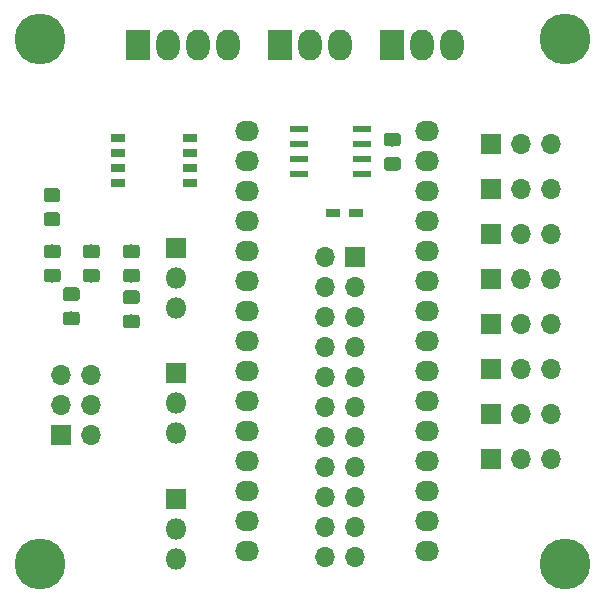
<source format=gts>
G04 #@! TF.GenerationSoftware,KiCad,Pcbnew,(5.0.0)*
G04 #@! TF.CreationDate,2018-10-06T14:04:22-07:00*
G04 #@! TF.ProjectId,NANO IO,4E414E4F20494F2E6B696361645F7063,-*
G04 #@! TF.SameCoordinates,Original*
G04 #@! TF.FileFunction,Soldermask,Top*
G04 #@! TF.FilePolarity,Negative*
%FSLAX46Y46*%
G04 Gerber Fmt 4.6, Leading zero omitted, Abs format (unit mm)*
G04 Created by KiCad (PCBNEW (5.0.0)) date 10/06/18 14:04:22*
%MOMM*%
%LPD*%
G01*
G04 APERTURE LIST*
%ADD10R,2.000000X2.600000*%
%ADD11O,2.000000X2.600000*%
%ADD12O,2.032000X1.727200*%
%ADD13R,1.200000X0.750000*%
%ADD14R,1.800000X1.800000*%
%ADD15O,1.800000X1.800000*%
%ADD16R,1.550000X0.600000*%
%ADD17C,4.300000*%
%ADD18R,1.700000X1.700000*%
%ADD19O,1.700000X1.700000*%
%ADD20R,1.250000X0.760000*%
%ADD21C,0.100000*%
%ADD22C,1.150000*%
G04 APERTURE END LIST*
D10*
G04 #@! TO.C,J1*
X137848737Y-65278000D03*
D11*
X140388737Y-65278000D03*
X142928737Y-65278000D03*
X145468737Y-65278000D03*
G04 #@! TD*
D12*
G04 #@! TO.C,P1*
X147066000Y-72517000D03*
X147066000Y-75057000D03*
X147066000Y-77597000D03*
X147066000Y-80137000D03*
X147066000Y-82677000D03*
X147066000Y-85217000D03*
X147066000Y-87757000D03*
X147066000Y-90297000D03*
X147066000Y-92837000D03*
X147066000Y-95377000D03*
X147066000Y-97917000D03*
X147066000Y-100457000D03*
X147066000Y-102997000D03*
X147066000Y-105537000D03*
X147066000Y-108077000D03*
G04 #@! TD*
G04 #@! TO.C,P2*
X162306000Y-72517000D03*
X162306000Y-75057000D03*
X162306000Y-77597000D03*
X162306000Y-80137000D03*
X162306000Y-82677000D03*
X162306000Y-85217000D03*
X162306000Y-87757000D03*
X162306000Y-90297000D03*
X162306000Y-92837000D03*
X162306000Y-95377000D03*
X162306000Y-97917000D03*
X162306000Y-100457000D03*
X162306000Y-102997000D03*
X162306000Y-105537000D03*
X162306000Y-108077000D03*
G04 #@! TD*
D13*
G04 #@! TO.C,C1*
X156271000Y-79502000D03*
X154371000Y-79502000D03*
G04 #@! TD*
D14*
G04 #@! TO.C,Q1*
X141100000Y-103660000D03*
D15*
X141100000Y-106200000D03*
X141100000Y-108740000D03*
G04 #@! TD*
D16*
G04 #@! TO.C,U1*
X151445000Y-72390000D03*
X151445000Y-73660000D03*
X151445000Y-74930000D03*
X151445000Y-76200000D03*
X156845000Y-76200000D03*
X156845000Y-74930000D03*
X156845000Y-73660000D03*
X156845000Y-72390000D03*
G04 #@! TD*
D10*
G04 #@! TO.C,J2*
X149860000Y-65278000D03*
D11*
X152400000Y-65278000D03*
X154940000Y-65278000D03*
G04 #@! TD*
D10*
G04 #@! TO.C,J3*
X159385000Y-65278000D03*
D11*
X161925000Y-65278000D03*
X164465000Y-65278000D03*
G04 #@! TD*
D17*
G04 #@! TO.C,MK2*
X173990000Y-64770000D03*
G04 #@! TD*
G04 #@! TO.C,MK3*
X173990000Y-109220000D03*
G04 #@! TD*
G04 #@! TO.C,MK4*
X129540000Y-109220000D03*
G04 #@! TD*
D18*
G04 #@! TO.C,J4*
X156210000Y-83185000D03*
D19*
X153670000Y-83185000D03*
X156210000Y-85725000D03*
X153670000Y-85725000D03*
X156210000Y-88265000D03*
X153670000Y-88265000D03*
X156210000Y-90805000D03*
X153670000Y-90805000D03*
X156210000Y-93345000D03*
X153670000Y-93345000D03*
X156210000Y-95885000D03*
X153670000Y-95885000D03*
X156210000Y-98425000D03*
X153670000Y-98425000D03*
X156210000Y-100965000D03*
X153670000Y-100965000D03*
X156210000Y-103505000D03*
X153670000Y-103505000D03*
X156210000Y-106045000D03*
X153670000Y-106045000D03*
X156210000Y-108585000D03*
X153670000Y-108585000D03*
G04 #@! TD*
D18*
G04 #@! TO.C,J6*
X167720000Y-100329996D03*
D19*
X170260000Y-100329996D03*
X172800000Y-100329996D03*
G04 #@! TD*
D18*
G04 #@! TO.C,J7*
X167720000Y-96518568D03*
D19*
X170260000Y-96518568D03*
X172800000Y-96518568D03*
G04 #@! TD*
D18*
G04 #@! TO.C,J8*
X167720000Y-92707140D03*
D19*
X170260000Y-92707140D03*
X172800000Y-92707140D03*
G04 #@! TD*
D18*
G04 #@! TO.C,J9*
X167720000Y-88895712D03*
D19*
X170260000Y-88895712D03*
X172800000Y-88895712D03*
G04 #@! TD*
D18*
G04 #@! TO.C,J10*
X167700000Y-85084284D03*
D19*
X170240000Y-85084284D03*
X172780000Y-85084284D03*
G04 #@! TD*
D18*
G04 #@! TO.C,J11*
X167720000Y-81272856D03*
D19*
X170260000Y-81272856D03*
X172800000Y-81272856D03*
G04 #@! TD*
D18*
G04 #@! TO.C,J12*
X167700000Y-77461428D03*
D19*
X170240000Y-77461428D03*
X172780000Y-77461428D03*
G04 #@! TD*
D18*
G04 #@! TO.C,J13*
X167700000Y-73650000D03*
D19*
X170240000Y-73650000D03*
X172780000Y-73650000D03*
G04 #@! TD*
D17*
G04 #@! TO.C,MK1*
X129540000Y-64770000D03*
G04 #@! TD*
D14*
G04 #@! TO.C,Q2*
X141100000Y-93060000D03*
D15*
X141100000Y-95600000D03*
X141100000Y-98140000D03*
G04 #@! TD*
D14*
G04 #@! TO.C,Q3*
X141100000Y-82480000D03*
D15*
X141100000Y-85020000D03*
X141100000Y-87560000D03*
G04 #@! TD*
D18*
G04 #@! TO.C,J5*
X131318000Y-98298000D03*
D19*
X133858000Y-98298000D03*
X131318000Y-95758000D03*
X133858000Y-95758000D03*
X131318000Y-93218000D03*
X133858000Y-93218000D03*
G04 #@! TD*
D20*
G04 #@! TO.C,SW1*
X136149000Y-73152000D03*
X142299000Y-76962000D03*
X136149000Y-74422000D03*
X142299000Y-75692000D03*
X136149000Y-75692000D03*
X142299000Y-74422000D03*
X136149000Y-76962000D03*
X142299000Y-73152000D03*
G04 #@! TD*
D21*
G04 #@! TO.C,R1*
G36*
X159859505Y-72696204D02*
X159883773Y-72699804D01*
X159907572Y-72705765D01*
X159930671Y-72714030D01*
X159952850Y-72724520D01*
X159973893Y-72737132D01*
X159993599Y-72751747D01*
X160011777Y-72768223D01*
X160028253Y-72786401D01*
X160042868Y-72806107D01*
X160055480Y-72827150D01*
X160065970Y-72849329D01*
X160074235Y-72872428D01*
X160080196Y-72896227D01*
X160083796Y-72920495D01*
X160085000Y-72944999D01*
X160085000Y-73595001D01*
X160083796Y-73619505D01*
X160080196Y-73643773D01*
X160074235Y-73667572D01*
X160065970Y-73690671D01*
X160055480Y-73712850D01*
X160042868Y-73733893D01*
X160028253Y-73753599D01*
X160011777Y-73771777D01*
X159993599Y-73788253D01*
X159973893Y-73802868D01*
X159952850Y-73815480D01*
X159930671Y-73825970D01*
X159907572Y-73834235D01*
X159883773Y-73840196D01*
X159859505Y-73843796D01*
X159835001Y-73845000D01*
X158934999Y-73845000D01*
X158910495Y-73843796D01*
X158886227Y-73840196D01*
X158862428Y-73834235D01*
X158839329Y-73825970D01*
X158817150Y-73815480D01*
X158796107Y-73802868D01*
X158776401Y-73788253D01*
X158758223Y-73771777D01*
X158741747Y-73753599D01*
X158727132Y-73733893D01*
X158714520Y-73712850D01*
X158704030Y-73690671D01*
X158695765Y-73667572D01*
X158689804Y-73643773D01*
X158686204Y-73619505D01*
X158685000Y-73595001D01*
X158685000Y-72944999D01*
X158686204Y-72920495D01*
X158689804Y-72896227D01*
X158695765Y-72872428D01*
X158704030Y-72849329D01*
X158714520Y-72827150D01*
X158727132Y-72806107D01*
X158741747Y-72786401D01*
X158758223Y-72768223D01*
X158776401Y-72751747D01*
X158796107Y-72737132D01*
X158817150Y-72724520D01*
X158839329Y-72714030D01*
X158862428Y-72705765D01*
X158886227Y-72699804D01*
X158910495Y-72696204D01*
X158934999Y-72695000D01*
X159835001Y-72695000D01*
X159859505Y-72696204D01*
X159859505Y-72696204D01*
G37*
D22*
X159385000Y-73270000D03*
D21*
G36*
X159859505Y-74746204D02*
X159883773Y-74749804D01*
X159907572Y-74755765D01*
X159930671Y-74764030D01*
X159952850Y-74774520D01*
X159973893Y-74787132D01*
X159993599Y-74801747D01*
X160011777Y-74818223D01*
X160028253Y-74836401D01*
X160042868Y-74856107D01*
X160055480Y-74877150D01*
X160065970Y-74899329D01*
X160074235Y-74922428D01*
X160080196Y-74946227D01*
X160083796Y-74970495D01*
X160085000Y-74994999D01*
X160085000Y-75645001D01*
X160083796Y-75669505D01*
X160080196Y-75693773D01*
X160074235Y-75717572D01*
X160065970Y-75740671D01*
X160055480Y-75762850D01*
X160042868Y-75783893D01*
X160028253Y-75803599D01*
X160011777Y-75821777D01*
X159993599Y-75838253D01*
X159973893Y-75852868D01*
X159952850Y-75865480D01*
X159930671Y-75875970D01*
X159907572Y-75884235D01*
X159883773Y-75890196D01*
X159859505Y-75893796D01*
X159835001Y-75895000D01*
X158934999Y-75895000D01*
X158910495Y-75893796D01*
X158886227Y-75890196D01*
X158862428Y-75884235D01*
X158839329Y-75875970D01*
X158817150Y-75865480D01*
X158796107Y-75852868D01*
X158776401Y-75838253D01*
X158758223Y-75821777D01*
X158741747Y-75803599D01*
X158727132Y-75783893D01*
X158714520Y-75762850D01*
X158704030Y-75740671D01*
X158695765Y-75717572D01*
X158689804Y-75693773D01*
X158686204Y-75669505D01*
X158685000Y-75645001D01*
X158685000Y-74994999D01*
X158686204Y-74970495D01*
X158689804Y-74946227D01*
X158695765Y-74922428D01*
X158704030Y-74899329D01*
X158714520Y-74877150D01*
X158727132Y-74856107D01*
X158741747Y-74836401D01*
X158758223Y-74818223D01*
X158776401Y-74801747D01*
X158796107Y-74787132D01*
X158817150Y-74774520D01*
X158839329Y-74764030D01*
X158862428Y-74755765D01*
X158886227Y-74749804D01*
X158910495Y-74746204D01*
X158934999Y-74745000D01*
X159835001Y-74745000D01*
X159859505Y-74746204D01*
X159859505Y-74746204D01*
G37*
D22*
X159385000Y-75320000D03*
G04 #@! TD*
D21*
G04 #@! TO.C,R2*
G36*
X131074505Y-84211204D02*
X131098773Y-84214804D01*
X131122572Y-84220765D01*
X131145671Y-84229030D01*
X131167850Y-84239520D01*
X131188893Y-84252132D01*
X131208599Y-84266747D01*
X131226777Y-84283223D01*
X131243253Y-84301401D01*
X131257868Y-84321107D01*
X131270480Y-84342150D01*
X131280970Y-84364329D01*
X131289235Y-84387428D01*
X131295196Y-84411227D01*
X131298796Y-84435495D01*
X131300000Y-84459999D01*
X131300000Y-85110001D01*
X131298796Y-85134505D01*
X131295196Y-85158773D01*
X131289235Y-85182572D01*
X131280970Y-85205671D01*
X131270480Y-85227850D01*
X131257868Y-85248893D01*
X131243253Y-85268599D01*
X131226777Y-85286777D01*
X131208599Y-85303253D01*
X131188893Y-85317868D01*
X131167850Y-85330480D01*
X131145671Y-85340970D01*
X131122572Y-85349235D01*
X131098773Y-85355196D01*
X131074505Y-85358796D01*
X131050001Y-85360000D01*
X130149999Y-85360000D01*
X130125495Y-85358796D01*
X130101227Y-85355196D01*
X130077428Y-85349235D01*
X130054329Y-85340970D01*
X130032150Y-85330480D01*
X130011107Y-85317868D01*
X129991401Y-85303253D01*
X129973223Y-85286777D01*
X129956747Y-85268599D01*
X129942132Y-85248893D01*
X129929520Y-85227850D01*
X129919030Y-85205671D01*
X129910765Y-85182572D01*
X129904804Y-85158773D01*
X129901204Y-85134505D01*
X129900000Y-85110001D01*
X129900000Y-84459999D01*
X129901204Y-84435495D01*
X129904804Y-84411227D01*
X129910765Y-84387428D01*
X129919030Y-84364329D01*
X129929520Y-84342150D01*
X129942132Y-84321107D01*
X129956747Y-84301401D01*
X129973223Y-84283223D01*
X129991401Y-84266747D01*
X130011107Y-84252132D01*
X130032150Y-84239520D01*
X130054329Y-84229030D01*
X130077428Y-84220765D01*
X130101227Y-84214804D01*
X130125495Y-84211204D01*
X130149999Y-84210000D01*
X131050001Y-84210000D01*
X131074505Y-84211204D01*
X131074505Y-84211204D01*
G37*
D22*
X130600000Y-84785000D03*
D21*
G36*
X131074505Y-82161204D02*
X131098773Y-82164804D01*
X131122572Y-82170765D01*
X131145671Y-82179030D01*
X131167850Y-82189520D01*
X131188893Y-82202132D01*
X131208599Y-82216747D01*
X131226777Y-82233223D01*
X131243253Y-82251401D01*
X131257868Y-82271107D01*
X131270480Y-82292150D01*
X131280970Y-82314329D01*
X131289235Y-82337428D01*
X131295196Y-82361227D01*
X131298796Y-82385495D01*
X131300000Y-82409999D01*
X131300000Y-83060001D01*
X131298796Y-83084505D01*
X131295196Y-83108773D01*
X131289235Y-83132572D01*
X131280970Y-83155671D01*
X131270480Y-83177850D01*
X131257868Y-83198893D01*
X131243253Y-83218599D01*
X131226777Y-83236777D01*
X131208599Y-83253253D01*
X131188893Y-83267868D01*
X131167850Y-83280480D01*
X131145671Y-83290970D01*
X131122572Y-83299235D01*
X131098773Y-83305196D01*
X131074505Y-83308796D01*
X131050001Y-83310000D01*
X130149999Y-83310000D01*
X130125495Y-83308796D01*
X130101227Y-83305196D01*
X130077428Y-83299235D01*
X130054329Y-83290970D01*
X130032150Y-83280480D01*
X130011107Y-83267868D01*
X129991401Y-83253253D01*
X129973223Y-83236777D01*
X129956747Y-83218599D01*
X129942132Y-83198893D01*
X129929520Y-83177850D01*
X129919030Y-83155671D01*
X129910765Y-83132572D01*
X129904804Y-83108773D01*
X129901204Y-83084505D01*
X129900000Y-83060001D01*
X129900000Y-82409999D01*
X129901204Y-82385495D01*
X129904804Y-82361227D01*
X129910765Y-82337428D01*
X129919030Y-82314329D01*
X129929520Y-82292150D01*
X129942132Y-82271107D01*
X129956747Y-82251401D01*
X129973223Y-82233223D01*
X129991401Y-82216747D01*
X130011107Y-82202132D01*
X130032150Y-82189520D01*
X130054329Y-82179030D01*
X130077428Y-82170765D01*
X130101227Y-82164804D01*
X130125495Y-82161204D01*
X130149999Y-82160000D01*
X131050001Y-82160000D01*
X131074505Y-82161204D01*
X131074505Y-82161204D01*
G37*
D22*
X130600000Y-82735000D03*
G04 #@! TD*
D21*
G04 #@! TO.C,R3*
G36*
X134374505Y-82161204D02*
X134398773Y-82164804D01*
X134422572Y-82170765D01*
X134445671Y-82179030D01*
X134467850Y-82189520D01*
X134488893Y-82202132D01*
X134508599Y-82216747D01*
X134526777Y-82233223D01*
X134543253Y-82251401D01*
X134557868Y-82271107D01*
X134570480Y-82292150D01*
X134580970Y-82314329D01*
X134589235Y-82337428D01*
X134595196Y-82361227D01*
X134598796Y-82385495D01*
X134600000Y-82409999D01*
X134600000Y-83060001D01*
X134598796Y-83084505D01*
X134595196Y-83108773D01*
X134589235Y-83132572D01*
X134580970Y-83155671D01*
X134570480Y-83177850D01*
X134557868Y-83198893D01*
X134543253Y-83218599D01*
X134526777Y-83236777D01*
X134508599Y-83253253D01*
X134488893Y-83267868D01*
X134467850Y-83280480D01*
X134445671Y-83290970D01*
X134422572Y-83299235D01*
X134398773Y-83305196D01*
X134374505Y-83308796D01*
X134350001Y-83310000D01*
X133449999Y-83310000D01*
X133425495Y-83308796D01*
X133401227Y-83305196D01*
X133377428Y-83299235D01*
X133354329Y-83290970D01*
X133332150Y-83280480D01*
X133311107Y-83267868D01*
X133291401Y-83253253D01*
X133273223Y-83236777D01*
X133256747Y-83218599D01*
X133242132Y-83198893D01*
X133229520Y-83177850D01*
X133219030Y-83155671D01*
X133210765Y-83132572D01*
X133204804Y-83108773D01*
X133201204Y-83084505D01*
X133200000Y-83060001D01*
X133200000Y-82409999D01*
X133201204Y-82385495D01*
X133204804Y-82361227D01*
X133210765Y-82337428D01*
X133219030Y-82314329D01*
X133229520Y-82292150D01*
X133242132Y-82271107D01*
X133256747Y-82251401D01*
X133273223Y-82233223D01*
X133291401Y-82216747D01*
X133311107Y-82202132D01*
X133332150Y-82189520D01*
X133354329Y-82179030D01*
X133377428Y-82170765D01*
X133401227Y-82164804D01*
X133425495Y-82161204D01*
X133449999Y-82160000D01*
X134350001Y-82160000D01*
X134374505Y-82161204D01*
X134374505Y-82161204D01*
G37*
D22*
X133900000Y-82735000D03*
D21*
G36*
X134374505Y-84211204D02*
X134398773Y-84214804D01*
X134422572Y-84220765D01*
X134445671Y-84229030D01*
X134467850Y-84239520D01*
X134488893Y-84252132D01*
X134508599Y-84266747D01*
X134526777Y-84283223D01*
X134543253Y-84301401D01*
X134557868Y-84321107D01*
X134570480Y-84342150D01*
X134580970Y-84364329D01*
X134589235Y-84387428D01*
X134595196Y-84411227D01*
X134598796Y-84435495D01*
X134600000Y-84459999D01*
X134600000Y-85110001D01*
X134598796Y-85134505D01*
X134595196Y-85158773D01*
X134589235Y-85182572D01*
X134580970Y-85205671D01*
X134570480Y-85227850D01*
X134557868Y-85248893D01*
X134543253Y-85268599D01*
X134526777Y-85286777D01*
X134508599Y-85303253D01*
X134488893Y-85317868D01*
X134467850Y-85330480D01*
X134445671Y-85340970D01*
X134422572Y-85349235D01*
X134398773Y-85355196D01*
X134374505Y-85358796D01*
X134350001Y-85360000D01*
X133449999Y-85360000D01*
X133425495Y-85358796D01*
X133401227Y-85355196D01*
X133377428Y-85349235D01*
X133354329Y-85340970D01*
X133332150Y-85330480D01*
X133311107Y-85317868D01*
X133291401Y-85303253D01*
X133273223Y-85286777D01*
X133256747Y-85268599D01*
X133242132Y-85248893D01*
X133229520Y-85227850D01*
X133219030Y-85205671D01*
X133210765Y-85182572D01*
X133204804Y-85158773D01*
X133201204Y-85134505D01*
X133200000Y-85110001D01*
X133200000Y-84459999D01*
X133201204Y-84435495D01*
X133204804Y-84411227D01*
X133210765Y-84387428D01*
X133219030Y-84364329D01*
X133229520Y-84342150D01*
X133242132Y-84321107D01*
X133256747Y-84301401D01*
X133273223Y-84283223D01*
X133291401Y-84266747D01*
X133311107Y-84252132D01*
X133332150Y-84239520D01*
X133354329Y-84229030D01*
X133377428Y-84220765D01*
X133401227Y-84214804D01*
X133425495Y-84211204D01*
X133449999Y-84210000D01*
X134350001Y-84210000D01*
X134374505Y-84211204D01*
X134374505Y-84211204D01*
G37*
D22*
X133900000Y-84785000D03*
G04 #@! TD*
D21*
G04 #@! TO.C,R4*
G36*
X137774505Y-84211204D02*
X137798773Y-84214804D01*
X137822572Y-84220765D01*
X137845671Y-84229030D01*
X137867850Y-84239520D01*
X137888893Y-84252132D01*
X137908599Y-84266747D01*
X137926777Y-84283223D01*
X137943253Y-84301401D01*
X137957868Y-84321107D01*
X137970480Y-84342150D01*
X137980970Y-84364329D01*
X137989235Y-84387428D01*
X137995196Y-84411227D01*
X137998796Y-84435495D01*
X138000000Y-84459999D01*
X138000000Y-85110001D01*
X137998796Y-85134505D01*
X137995196Y-85158773D01*
X137989235Y-85182572D01*
X137980970Y-85205671D01*
X137970480Y-85227850D01*
X137957868Y-85248893D01*
X137943253Y-85268599D01*
X137926777Y-85286777D01*
X137908599Y-85303253D01*
X137888893Y-85317868D01*
X137867850Y-85330480D01*
X137845671Y-85340970D01*
X137822572Y-85349235D01*
X137798773Y-85355196D01*
X137774505Y-85358796D01*
X137750001Y-85360000D01*
X136849999Y-85360000D01*
X136825495Y-85358796D01*
X136801227Y-85355196D01*
X136777428Y-85349235D01*
X136754329Y-85340970D01*
X136732150Y-85330480D01*
X136711107Y-85317868D01*
X136691401Y-85303253D01*
X136673223Y-85286777D01*
X136656747Y-85268599D01*
X136642132Y-85248893D01*
X136629520Y-85227850D01*
X136619030Y-85205671D01*
X136610765Y-85182572D01*
X136604804Y-85158773D01*
X136601204Y-85134505D01*
X136600000Y-85110001D01*
X136600000Y-84459999D01*
X136601204Y-84435495D01*
X136604804Y-84411227D01*
X136610765Y-84387428D01*
X136619030Y-84364329D01*
X136629520Y-84342150D01*
X136642132Y-84321107D01*
X136656747Y-84301401D01*
X136673223Y-84283223D01*
X136691401Y-84266747D01*
X136711107Y-84252132D01*
X136732150Y-84239520D01*
X136754329Y-84229030D01*
X136777428Y-84220765D01*
X136801227Y-84214804D01*
X136825495Y-84211204D01*
X136849999Y-84210000D01*
X137750001Y-84210000D01*
X137774505Y-84211204D01*
X137774505Y-84211204D01*
G37*
D22*
X137300000Y-84785000D03*
D21*
G36*
X137774505Y-82161204D02*
X137798773Y-82164804D01*
X137822572Y-82170765D01*
X137845671Y-82179030D01*
X137867850Y-82189520D01*
X137888893Y-82202132D01*
X137908599Y-82216747D01*
X137926777Y-82233223D01*
X137943253Y-82251401D01*
X137957868Y-82271107D01*
X137970480Y-82292150D01*
X137980970Y-82314329D01*
X137989235Y-82337428D01*
X137995196Y-82361227D01*
X137998796Y-82385495D01*
X138000000Y-82409999D01*
X138000000Y-83060001D01*
X137998796Y-83084505D01*
X137995196Y-83108773D01*
X137989235Y-83132572D01*
X137980970Y-83155671D01*
X137970480Y-83177850D01*
X137957868Y-83198893D01*
X137943253Y-83218599D01*
X137926777Y-83236777D01*
X137908599Y-83253253D01*
X137888893Y-83267868D01*
X137867850Y-83280480D01*
X137845671Y-83290970D01*
X137822572Y-83299235D01*
X137798773Y-83305196D01*
X137774505Y-83308796D01*
X137750001Y-83310000D01*
X136849999Y-83310000D01*
X136825495Y-83308796D01*
X136801227Y-83305196D01*
X136777428Y-83299235D01*
X136754329Y-83290970D01*
X136732150Y-83280480D01*
X136711107Y-83267868D01*
X136691401Y-83253253D01*
X136673223Y-83236777D01*
X136656747Y-83218599D01*
X136642132Y-83198893D01*
X136629520Y-83177850D01*
X136619030Y-83155671D01*
X136610765Y-83132572D01*
X136604804Y-83108773D01*
X136601204Y-83084505D01*
X136600000Y-83060001D01*
X136600000Y-82409999D01*
X136601204Y-82385495D01*
X136604804Y-82361227D01*
X136610765Y-82337428D01*
X136619030Y-82314329D01*
X136629520Y-82292150D01*
X136642132Y-82271107D01*
X136656747Y-82251401D01*
X136673223Y-82233223D01*
X136691401Y-82216747D01*
X136711107Y-82202132D01*
X136732150Y-82189520D01*
X136754329Y-82179030D01*
X136777428Y-82170765D01*
X136801227Y-82164804D01*
X136825495Y-82161204D01*
X136849999Y-82160000D01*
X137750001Y-82160000D01*
X137774505Y-82161204D01*
X137774505Y-82161204D01*
G37*
D22*
X137300000Y-82735000D03*
G04 #@! TD*
D21*
G04 #@! TO.C,R5*
G36*
X131030505Y-77386204D02*
X131054773Y-77389804D01*
X131078572Y-77395765D01*
X131101671Y-77404030D01*
X131123850Y-77414520D01*
X131144893Y-77427132D01*
X131164599Y-77441747D01*
X131182777Y-77458223D01*
X131199253Y-77476401D01*
X131213868Y-77496107D01*
X131226480Y-77517150D01*
X131236970Y-77539329D01*
X131245235Y-77562428D01*
X131251196Y-77586227D01*
X131254796Y-77610495D01*
X131256000Y-77634999D01*
X131256000Y-78285001D01*
X131254796Y-78309505D01*
X131251196Y-78333773D01*
X131245235Y-78357572D01*
X131236970Y-78380671D01*
X131226480Y-78402850D01*
X131213868Y-78423893D01*
X131199253Y-78443599D01*
X131182777Y-78461777D01*
X131164599Y-78478253D01*
X131144893Y-78492868D01*
X131123850Y-78505480D01*
X131101671Y-78515970D01*
X131078572Y-78524235D01*
X131054773Y-78530196D01*
X131030505Y-78533796D01*
X131006001Y-78535000D01*
X130105999Y-78535000D01*
X130081495Y-78533796D01*
X130057227Y-78530196D01*
X130033428Y-78524235D01*
X130010329Y-78515970D01*
X129988150Y-78505480D01*
X129967107Y-78492868D01*
X129947401Y-78478253D01*
X129929223Y-78461777D01*
X129912747Y-78443599D01*
X129898132Y-78423893D01*
X129885520Y-78402850D01*
X129875030Y-78380671D01*
X129866765Y-78357572D01*
X129860804Y-78333773D01*
X129857204Y-78309505D01*
X129856000Y-78285001D01*
X129856000Y-77634999D01*
X129857204Y-77610495D01*
X129860804Y-77586227D01*
X129866765Y-77562428D01*
X129875030Y-77539329D01*
X129885520Y-77517150D01*
X129898132Y-77496107D01*
X129912747Y-77476401D01*
X129929223Y-77458223D01*
X129947401Y-77441747D01*
X129967107Y-77427132D01*
X129988150Y-77414520D01*
X130010329Y-77404030D01*
X130033428Y-77395765D01*
X130057227Y-77389804D01*
X130081495Y-77386204D01*
X130105999Y-77385000D01*
X131006001Y-77385000D01*
X131030505Y-77386204D01*
X131030505Y-77386204D01*
G37*
D22*
X130556000Y-77960000D03*
D21*
G36*
X131030505Y-79436204D02*
X131054773Y-79439804D01*
X131078572Y-79445765D01*
X131101671Y-79454030D01*
X131123850Y-79464520D01*
X131144893Y-79477132D01*
X131164599Y-79491747D01*
X131182777Y-79508223D01*
X131199253Y-79526401D01*
X131213868Y-79546107D01*
X131226480Y-79567150D01*
X131236970Y-79589329D01*
X131245235Y-79612428D01*
X131251196Y-79636227D01*
X131254796Y-79660495D01*
X131256000Y-79684999D01*
X131256000Y-80335001D01*
X131254796Y-80359505D01*
X131251196Y-80383773D01*
X131245235Y-80407572D01*
X131236970Y-80430671D01*
X131226480Y-80452850D01*
X131213868Y-80473893D01*
X131199253Y-80493599D01*
X131182777Y-80511777D01*
X131164599Y-80528253D01*
X131144893Y-80542868D01*
X131123850Y-80555480D01*
X131101671Y-80565970D01*
X131078572Y-80574235D01*
X131054773Y-80580196D01*
X131030505Y-80583796D01*
X131006001Y-80585000D01*
X130105999Y-80585000D01*
X130081495Y-80583796D01*
X130057227Y-80580196D01*
X130033428Y-80574235D01*
X130010329Y-80565970D01*
X129988150Y-80555480D01*
X129967107Y-80542868D01*
X129947401Y-80528253D01*
X129929223Y-80511777D01*
X129912747Y-80493599D01*
X129898132Y-80473893D01*
X129885520Y-80452850D01*
X129875030Y-80430671D01*
X129866765Y-80407572D01*
X129860804Y-80383773D01*
X129857204Y-80359505D01*
X129856000Y-80335001D01*
X129856000Y-79684999D01*
X129857204Y-79660495D01*
X129860804Y-79636227D01*
X129866765Y-79612428D01*
X129875030Y-79589329D01*
X129885520Y-79567150D01*
X129898132Y-79546107D01*
X129912747Y-79526401D01*
X129929223Y-79508223D01*
X129947401Y-79491747D01*
X129967107Y-79477132D01*
X129988150Y-79464520D01*
X130010329Y-79454030D01*
X130033428Y-79445765D01*
X130057227Y-79439804D01*
X130081495Y-79436204D01*
X130105999Y-79435000D01*
X131006001Y-79435000D01*
X131030505Y-79436204D01*
X131030505Y-79436204D01*
G37*
D22*
X130556000Y-80010000D03*
G04 #@! TD*
D21*
G04 #@! TO.C,R6*
G36*
X132681505Y-85786204D02*
X132705773Y-85789804D01*
X132729572Y-85795765D01*
X132752671Y-85804030D01*
X132774850Y-85814520D01*
X132795893Y-85827132D01*
X132815599Y-85841747D01*
X132833777Y-85858223D01*
X132850253Y-85876401D01*
X132864868Y-85896107D01*
X132877480Y-85917150D01*
X132887970Y-85939329D01*
X132896235Y-85962428D01*
X132902196Y-85986227D01*
X132905796Y-86010495D01*
X132907000Y-86034999D01*
X132907000Y-86685001D01*
X132905796Y-86709505D01*
X132902196Y-86733773D01*
X132896235Y-86757572D01*
X132887970Y-86780671D01*
X132877480Y-86802850D01*
X132864868Y-86823893D01*
X132850253Y-86843599D01*
X132833777Y-86861777D01*
X132815599Y-86878253D01*
X132795893Y-86892868D01*
X132774850Y-86905480D01*
X132752671Y-86915970D01*
X132729572Y-86924235D01*
X132705773Y-86930196D01*
X132681505Y-86933796D01*
X132657001Y-86935000D01*
X131756999Y-86935000D01*
X131732495Y-86933796D01*
X131708227Y-86930196D01*
X131684428Y-86924235D01*
X131661329Y-86915970D01*
X131639150Y-86905480D01*
X131618107Y-86892868D01*
X131598401Y-86878253D01*
X131580223Y-86861777D01*
X131563747Y-86843599D01*
X131549132Y-86823893D01*
X131536520Y-86802850D01*
X131526030Y-86780671D01*
X131517765Y-86757572D01*
X131511804Y-86733773D01*
X131508204Y-86709505D01*
X131507000Y-86685001D01*
X131507000Y-86034999D01*
X131508204Y-86010495D01*
X131511804Y-85986227D01*
X131517765Y-85962428D01*
X131526030Y-85939329D01*
X131536520Y-85917150D01*
X131549132Y-85896107D01*
X131563747Y-85876401D01*
X131580223Y-85858223D01*
X131598401Y-85841747D01*
X131618107Y-85827132D01*
X131639150Y-85814520D01*
X131661329Y-85804030D01*
X131684428Y-85795765D01*
X131708227Y-85789804D01*
X131732495Y-85786204D01*
X131756999Y-85785000D01*
X132657001Y-85785000D01*
X132681505Y-85786204D01*
X132681505Y-85786204D01*
G37*
D22*
X132207000Y-86360000D03*
D21*
G36*
X132681505Y-87836204D02*
X132705773Y-87839804D01*
X132729572Y-87845765D01*
X132752671Y-87854030D01*
X132774850Y-87864520D01*
X132795893Y-87877132D01*
X132815599Y-87891747D01*
X132833777Y-87908223D01*
X132850253Y-87926401D01*
X132864868Y-87946107D01*
X132877480Y-87967150D01*
X132887970Y-87989329D01*
X132896235Y-88012428D01*
X132902196Y-88036227D01*
X132905796Y-88060495D01*
X132907000Y-88084999D01*
X132907000Y-88735001D01*
X132905796Y-88759505D01*
X132902196Y-88783773D01*
X132896235Y-88807572D01*
X132887970Y-88830671D01*
X132877480Y-88852850D01*
X132864868Y-88873893D01*
X132850253Y-88893599D01*
X132833777Y-88911777D01*
X132815599Y-88928253D01*
X132795893Y-88942868D01*
X132774850Y-88955480D01*
X132752671Y-88965970D01*
X132729572Y-88974235D01*
X132705773Y-88980196D01*
X132681505Y-88983796D01*
X132657001Y-88985000D01*
X131756999Y-88985000D01*
X131732495Y-88983796D01*
X131708227Y-88980196D01*
X131684428Y-88974235D01*
X131661329Y-88965970D01*
X131639150Y-88955480D01*
X131618107Y-88942868D01*
X131598401Y-88928253D01*
X131580223Y-88911777D01*
X131563747Y-88893599D01*
X131549132Y-88873893D01*
X131536520Y-88852850D01*
X131526030Y-88830671D01*
X131517765Y-88807572D01*
X131511804Y-88783773D01*
X131508204Y-88759505D01*
X131507000Y-88735001D01*
X131507000Y-88084999D01*
X131508204Y-88060495D01*
X131511804Y-88036227D01*
X131517765Y-88012428D01*
X131526030Y-87989329D01*
X131536520Y-87967150D01*
X131549132Y-87946107D01*
X131563747Y-87926401D01*
X131580223Y-87908223D01*
X131598401Y-87891747D01*
X131618107Y-87877132D01*
X131639150Y-87864520D01*
X131661329Y-87854030D01*
X131684428Y-87845765D01*
X131708227Y-87839804D01*
X131732495Y-87836204D01*
X131756999Y-87835000D01*
X132657001Y-87835000D01*
X132681505Y-87836204D01*
X132681505Y-87836204D01*
G37*
D22*
X132207000Y-88410000D03*
G04 #@! TD*
D21*
G04 #@! TO.C,R7*
G36*
X137761505Y-88090204D02*
X137785773Y-88093804D01*
X137809572Y-88099765D01*
X137832671Y-88108030D01*
X137854850Y-88118520D01*
X137875893Y-88131132D01*
X137895599Y-88145747D01*
X137913777Y-88162223D01*
X137930253Y-88180401D01*
X137944868Y-88200107D01*
X137957480Y-88221150D01*
X137967970Y-88243329D01*
X137976235Y-88266428D01*
X137982196Y-88290227D01*
X137985796Y-88314495D01*
X137987000Y-88338999D01*
X137987000Y-88989001D01*
X137985796Y-89013505D01*
X137982196Y-89037773D01*
X137976235Y-89061572D01*
X137967970Y-89084671D01*
X137957480Y-89106850D01*
X137944868Y-89127893D01*
X137930253Y-89147599D01*
X137913777Y-89165777D01*
X137895599Y-89182253D01*
X137875893Y-89196868D01*
X137854850Y-89209480D01*
X137832671Y-89219970D01*
X137809572Y-89228235D01*
X137785773Y-89234196D01*
X137761505Y-89237796D01*
X137737001Y-89239000D01*
X136836999Y-89239000D01*
X136812495Y-89237796D01*
X136788227Y-89234196D01*
X136764428Y-89228235D01*
X136741329Y-89219970D01*
X136719150Y-89209480D01*
X136698107Y-89196868D01*
X136678401Y-89182253D01*
X136660223Y-89165777D01*
X136643747Y-89147599D01*
X136629132Y-89127893D01*
X136616520Y-89106850D01*
X136606030Y-89084671D01*
X136597765Y-89061572D01*
X136591804Y-89037773D01*
X136588204Y-89013505D01*
X136587000Y-88989001D01*
X136587000Y-88338999D01*
X136588204Y-88314495D01*
X136591804Y-88290227D01*
X136597765Y-88266428D01*
X136606030Y-88243329D01*
X136616520Y-88221150D01*
X136629132Y-88200107D01*
X136643747Y-88180401D01*
X136660223Y-88162223D01*
X136678401Y-88145747D01*
X136698107Y-88131132D01*
X136719150Y-88118520D01*
X136741329Y-88108030D01*
X136764428Y-88099765D01*
X136788227Y-88093804D01*
X136812495Y-88090204D01*
X136836999Y-88089000D01*
X137737001Y-88089000D01*
X137761505Y-88090204D01*
X137761505Y-88090204D01*
G37*
D22*
X137287000Y-88664000D03*
D21*
G36*
X137761505Y-86040204D02*
X137785773Y-86043804D01*
X137809572Y-86049765D01*
X137832671Y-86058030D01*
X137854850Y-86068520D01*
X137875893Y-86081132D01*
X137895599Y-86095747D01*
X137913777Y-86112223D01*
X137930253Y-86130401D01*
X137944868Y-86150107D01*
X137957480Y-86171150D01*
X137967970Y-86193329D01*
X137976235Y-86216428D01*
X137982196Y-86240227D01*
X137985796Y-86264495D01*
X137987000Y-86288999D01*
X137987000Y-86939001D01*
X137985796Y-86963505D01*
X137982196Y-86987773D01*
X137976235Y-87011572D01*
X137967970Y-87034671D01*
X137957480Y-87056850D01*
X137944868Y-87077893D01*
X137930253Y-87097599D01*
X137913777Y-87115777D01*
X137895599Y-87132253D01*
X137875893Y-87146868D01*
X137854850Y-87159480D01*
X137832671Y-87169970D01*
X137809572Y-87178235D01*
X137785773Y-87184196D01*
X137761505Y-87187796D01*
X137737001Y-87189000D01*
X136836999Y-87189000D01*
X136812495Y-87187796D01*
X136788227Y-87184196D01*
X136764428Y-87178235D01*
X136741329Y-87169970D01*
X136719150Y-87159480D01*
X136698107Y-87146868D01*
X136678401Y-87132253D01*
X136660223Y-87115777D01*
X136643747Y-87097599D01*
X136629132Y-87077893D01*
X136616520Y-87056850D01*
X136606030Y-87034671D01*
X136597765Y-87011572D01*
X136591804Y-86987773D01*
X136588204Y-86963505D01*
X136587000Y-86939001D01*
X136587000Y-86288999D01*
X136588204Y-86264495D01*
X136591804Y-86240227D01*
X136597765Y-86216428D01*
X136606030Y-86193329D01*
X136616520Y-86171150D01*
X136629132Y-86150107D01*
X136643747Y-86130401D01*
X136660223Y-86112223D01*
X136678401Y-86095747D01*
X136698107Y-86081132D01*
X136719150Y-86068520D01*
X136741329Y-86058030D01*
X136764428Y-86049765D01*
X136788227Y-86043804D01*
X136812495Y-86040204D01*
X136836999Y-86039000D01*
X137737001Y-86039000D01*
X137761505Y-86040204D01*
X137761505Y-86040204D01*
G37*
D22*
X137287000Y-86614000D03*
G04 #@! TD*
M02*

</source>
